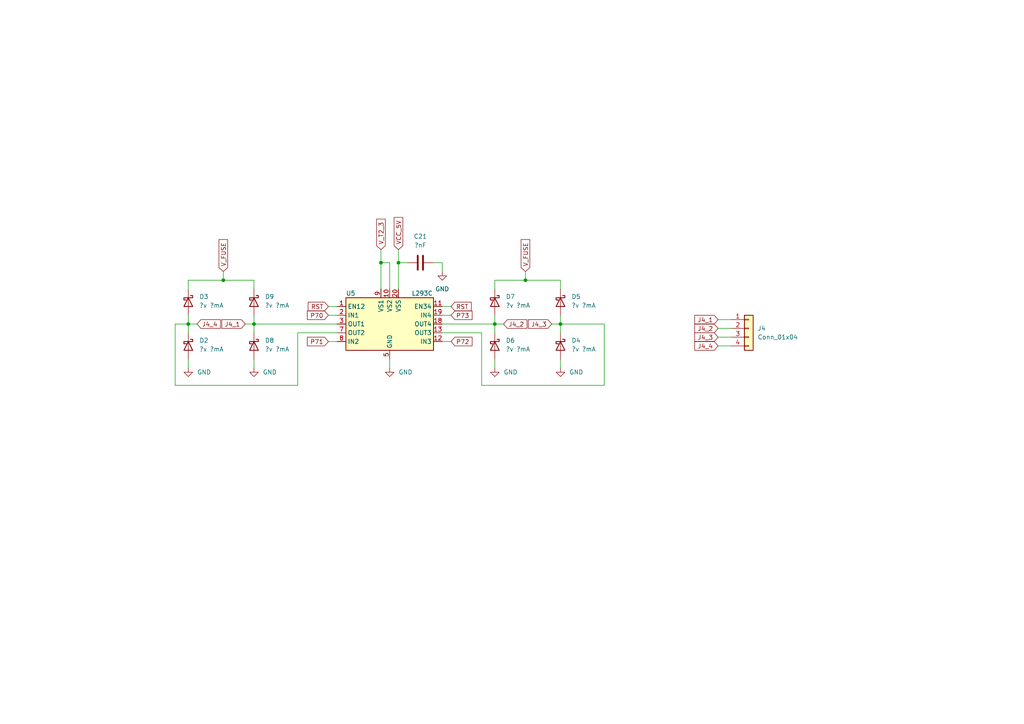
<source format=kicad_sch>
(kicad_sch (version 20211123) (generator eeschema)
  (paper "A4")
  (title_block (comment 4 "H Bridge for driving dual phase DC motor used in printer"))
  (lib_symbols
    (symbol "Connector_Generic:Conn_01x04" (pin_names (offset 1.016) hide)
      (property "Reference" "J" (at 0 5.08 0))
      (property "Value" "Conn_01x04" (at 0 -7.62 0))
      (symbol "Conn_01x04_1_1"
        (rectangle (start -1.27 -4.953) (end 0 -5.207) (stroke (width 0.1524)))
        (rectangle (start -1.27 -2.413) (end 0 -2.667) (stroke (width 0.1524)))
        (rectangle (start -1.27 0.127) (end 0 -0.127) (stroke (width 0.1524)))
        (rectangle (start -1.27 2.667) (end 0 2.413) (stroke (width 0.1524)))
        (rectangle (start -1.27 3.81) (end 1.27 -6.35) (stroke (width 0.254)) (fill (type background)))
        (pin passive line (at -5.08 2.54 0) (length 3.81) (name "Pin_1") (number "1"))
        (pin passive line (at -5.08 0 0) (length 3.81) (name "Pin_2") (number "2"))
        (pin passive line (at -5.08 -2.54 0) (length 3.81) (name "Pin_3") (number "3"))
        (pin passive line (at -5.08 -5.08 0) (length 3.81) (name "Pin_4") (number "4"))
      )
    )
    (symbol "Device:C" (pin_numbers hide) (pin_names (offset 0.254))
      (property "Reference" "C" (at 0.635 2.54 0))
      (property "Value" "C" (at 0.635 -2.54 0))
      (symbol "C_0_1"
        (polyline (pts (xy -2.032 -0.762) (xy 2.032 -0.762)) (stroke (width 0.508)))
        (polyline (pts (xy -2.032 0.762) (xy 2.032 0.762)) (stroke (width 0.508)))
      )
      (symbol "C_1_1"
        (pin passive line (at 0 3.81 270) (length 2.794) (name "~") (number "1"))
        (pin passive line (at 0 -3.81 90) (length 2.794) (name "~") (number "2"))
      )
    )
    (symbol "Device:D_Schottky" (pin_numbers hide) (pin_names (offset 1.016) hide)
      (property "Reference" "D" (at 0 2.54 0))
      (property "Value" "D_Schottky" (at 0 -2.54 0))
      (symbol "D_Schottky_0_1"
        (polyline (pts (xy 1.27 0) (xy -1.27 0)))
        (polyline (pts (xy 1.27 1.27) (xy 1.27 -1.27) (xy -1.27 0) (xy 1.27 1.27)) (stroke (width 0.254)))
        (polyline (pts (xy -1.905 0.635) (xy -1.905 1.27) (xy -1.27 1.27) (xy -1.27 -1.27) (xy -0.635 -1.27) (xy -0.635 -0.635)) (stroke (width 0.254)))
      )
      (symbol "D_Schottky_1_1"
        (pin passive line (at -3.81 0 0) (length 2.54) (name "K") (number "1"))
        (pin passive line (at 3.81 0 180) (length 2.54) (name "A") (number "2"))
      )
    )
    (symbol "et55:L293C"
      (property "Reference" "U" (at -11.43 8.89 0))
      (property "Value" "L293C" (at 8.89 8.89 0))
      (symbol "L293C_0_0"
        (pin unspecified line (at 0 10.16 270) (length 2.54) (name "VS2") (number "10"))
      )
      (symbol "L293C_0_1"
        (rectangle (start -12.7 7.62) (end 12.7 -7.62) (stroke (width 0.254)) (fill (type background)))
      )
      (symbol "L293C_1_1"
        (pin input line (at -15.24 5.08 0) (length 2.54) (name "EN12") (number "1"))
        (pin input line (at 15.24 5.08 180) (length 2.54) (name "EN34") (number "11"))
        (pin input line (at 15.24 -5.08 180) (length 2.54) (name "IN3") (number "12"))
        (pin output line (at 15.24 -2.54 180) (length 2.54) (name "OUT3") (number "13"))
        (pin passive line (at 0 -10.16 90) (length 2.54) hide (name "GND") (number "15"))
        (pin passive line (at 0 -10.16 90) (length 2.54) hide (name "GND") (number "16"))
        (pin output line (at 15.24 0 180) (length 2.54) (name "OUT4") (number "18"))
        (pin input line (at 15.24 2.54 180) (length 2.54) (name "IN4") (number "19"))
        (pin input line (at -15.24 2.54 0) (length 2.54) (name "IN1") (number "2"))
        (pin power_in line (at 2.54 10.16 270) (length 2.54) (name "VSS") (number "20"))
        (pin output line (at -15.24 0 0) (length 2.54) (name "OUT1") (number "3"))
        (pin power_in line (at 0 -10.16 90) (length 2.54) (name "GND") (number "5"))
        (pin passive line (at 0 -10.16 90) (length 2.54) hide (name "GND") (number "6"))
        (pin output line (at -15.24 -2.54 0) (length 2.54) (name "OUT2") (number "7"))
        (pin input line (at -15.24 -5.08 0) (length 2.54) (name "IN2") (number "8"))
        (pin power_in line (at -2.54 10.16 270) (length 2.54) (name "VS1") (number "9"))
      )
    )
    (symbol "power:GND" (power) (pin_names (offset 0))
      (property "Value" "GND" (at 0 -3.81 0))
      (symbol "GND_0_1"
        (polyline (pts (xy 0 0) (xy 0 -1.27) (xy 1.27 -1.27) (xy 0 -2.54) (xy -1.27 -1.27) (xy 0 -1.27)))
      )
      (symbol "GND_1_1"
        (pin power_in line (at 0 0 270) (length 0) hide (name "GND") (number "1"))
      )
    )
  )
  (junction (at 143.51 93.98))
  (junction (at 73.66 93.98))
  (junction (at 64.77 81.28))
  (junction (at 162.56 93.98))
  (junction (at 152.4 81.28))
  (junction (at 54.61 93.98))
  (junction (at 115.57 76.2))
  (junction (at 110.49 76.2))
  (wire (pts (xy 57.15 93.98) (xy 54.61 93.98)))
  (wire (pts (xy 73.66 93.98) (xy 97.79 93.98)))
  (wire (pts (xy 54.61 91.44) (xy 54.61 93.98)))
  (wire (pts (xy 95.25 88.9) (xy 97.79 88.9)))
  (wire (pts (xy 95.25 99.06) (xy 97.79 99.06)))
  (wire (pts (xy 162.56 104.14) (xy 162.56 106.68)))
  (wire (pts (xy 128.27 76.2) (xy 125.73 76.2)))
  (wire (pts (xy 64.77 78.74) (xy 64.77 81.28)))
  (wire (pts (xy 162.56 81.28) (xy 162.56 83.82)))
  (wire (pts (xy 115.57 76.2) (xy 118.11 76.2)))
  (wire (pts (xy 128.27 91.44) (xy 130.81 91.44)))
  (wire (pts (xy 128.27 88.9) (xy 130.81 88.9)))
  (wire (pts (xy 143.51 91.44) (xy 143.51 93.98)))
  (wire (pts (xy 208.28 95.25) (xy 212.09 95.25)))
  (wire (pts (xy 208.28 92.71) (xy 212.09 92.71)))
  (wire (pts (xy 208.28 100.33) (xy 212.09 100.33)))
  (wire (pts (xy 143.51 93.98) (xy 146.05 93.98)))
  (wire (pts (xy 73.66 104.14) (xy 73.66 106.68)))
  (wire (pts (xy 115.57 76.2) (xy 115.57 83.82)))
  (wire (pts (xy 143.51 104.14) (xy 143.51 106.68)))
  (wire (pts (xy 143.51 93.98) (xy 143.51 96.52)))
  (wire (pts (xy 73.66 93.98) (xy 71.12 93.98)))
  (wire (pts (xy 86.36 96.52) (xy 97.79 96.52)))
  (wire (pts (xy 54.61 104.14) (xy 54.61 106.68)))
  (wire (pts (xy 162.56 93.98) (xy 160.02 93.98)))
  (wire (pts (xy 208.28 97.79) (xy 212.09 97.79)))
  (wire (pts (xy 139.7 111.76) (xy 175.26 111.76)))
  (wire (pts (xy 95.25 91.44) (xy 97.79 91.44)))
  (wire (pts (xy 139.7 96.52) (xy 139.7 111.76)))
  (wire (pts (xy 162.56 91.44) (xy 162.56 93.98)))
  (wire (pts (xy 113.03 76.2) (xy 110.49 76.2)))
  (wire (pts (xy 110.49 72.39) (xy 110.49 76.2)))
  (wire (pts (xy 113.03 83.82) (xy 113.03 76.2)))
  (wire (pts (xy 128.27 93.98) (xy 143.51 93.98)))
  (wire (pts (xy 113.03 104.14) (xy 113.03 106.68)))
  (wire (pts (xy 162.56 81.28) (xy 152.4 81.28)))
  (wire (pts (xy 86.36 96.52) (xy 86.36 111.76)))
  (wire (pts (xy 128.27 99.06) (xy 130.81 99.06)))
  (wire (pts (xy 73.66 91.44) (xy 73.66 93.98)))
  (wire (pts (xy 50.8 111.76) (xy 50.8 93.98)))
  (wire (pts (xy 73.66 81.28) (xy 64.77 81.28)))
  (wire (pts (xy 50.8 93.98) (xy 54.61 93.98)))
  (wire (pts (xy 64.77 81.28) (xy 54.61 81.28)))
  (wire (pts (xy 73.66 93.98) (xy 73.66 96.52)))
  (wire (pts (xy 54.61 81.28) (xy 54.61 83.82)))
  (wire (pts (xy 162.56 93.98) (xy 175.26 93.98)))
  (wire (pts (xy 50.8 111.76) (xy 86.36 111.76)))
  (wire (pts (xy 152.4 78.74) (xy 152.4 81.28)))
  (wire (pts (xy 162.56 93.98) (xy 162.56 96.52)))
  (wire (pts (xy 54.61 93.98) (xy 54.61 96.52)))
  (wire (pts (xy 143.51 83.82) (xy 143.51 81.28)))
  (wire (pts (xy 115.57 72.39) (xy 115.57 76.2)))
  (wire (pts (xy 152.4 81.28) (xy 143.51 81.28)))
  (wire (pts (xy 110.49 76.2) (xy 110.49 83.82)))
  (wire (pts (xy 128.27 96.52) (xy 139.7 96.52)))
  (wire (pts (xy 73.66 83.82) (xy 73.66 81.28)))
  (wire (pts (xy 128.27 76.2) (xy 128.27 78.74)))
  (wire (pts (xy 175.26 111.76) (xy 175.26 93.98)))
  (global_label "RST" (shape input) (at 130.81 88.9 0) (property "Intersheet References" "${INTERSHEET_REFS}" (effects hide)))
  (global_label "J4_3" (shape input) (at 208.28 97.79 180) (property "Intersheet References" "${INTERSHEET_REFS}" (effects hide)))
  (global_label "V_FUSE" (shape input) (at 152.4 78.74 90) (property "Intersheet References" "${INTERSHEET_REFS}" (effects hide)))
  (global_label "RST" (shape input) (at 95.25 88.9 180) (property "Intersheet References" "${INTERSHEET_REFS}" (effects hide)))
  (global_label "J4_1" (shape input) (at 208.28 92.71 180) (property "Intersheet References" "${INTERSHEET_REFS}" (effects hide)))
  (global_label "J4_3" (shape input) (at 160.02 93.98 180) (property "Intersheet References" "${INTERSHEET_REFS}" (effects hide)))
  (global_label "J4_4" (shape input) (at 208.28 100.33 180) (property "Intersheet References" "${INTERSHEET_REFS}" (effects hide)))
  (global_label "V_T2_3" (shape input) (at 110.49 72.39 90) (property "Intersheet References" "${INTERSHEET_REFS}" (effects hide)))
  (global_label "J4_2" (shape input) (at 146.05 93.98 0) (property "Intersheet References" "${INTERSHEET_REFS}" (effects hide)))
  (global_label "P70" (shape input) (at 95.25 91.44 180) (property "Intersheet References" "${INTERSHEET_REFS}" (effects hide)))
  (global_label "VCC_5V" (shape input) (at 115.57 72.39 90) (property "Intersheet References" "${INTERSHEET_REFS}" (effects hide)))
  (global_label "P72" (shape input) (at 130.81 99.06 0) (property "Intersheet References" "${INTERSHEET_REFS}" (effects hide)))
  (global_label "P73" (shape input) (at 130.81 91.44 0) (property "Intersheet References" "${INTERSHEET_REFS}" (effects hide)))
  (global_label "J4_4" (shape input) (at 57.15 93.98 0) (property "Intersheet References" "${INTERSHEET_REFS}" (effects hide)))
  (global_label "J4_2" (shape input) (at 208.28 95.25 180) (property "Intersheet References" "${INTERSHEET_REFS}" (effects hide)))
  (global_label "J4_1" (shape input) (at 71.12 93.98 180) (property "Intersheet References" "${INTERSHEET_REFS}" (effects hide)))
  (global_label "P71" (shape input) (at 95.25 99.06 180) (property "Intersheet References" "${INTERSHEET_REFS}" (effects hide)))
  (global_label "V_FUSE" (shape input) (at 64.77 78.74 90) (property "Intersheet References" "${INTERSHEET_REFS}" (effects hide)))
  (symbol (lib_id "power:GND") (at 128.27 78.74 0) (mirror y) (unit 1)
    (property "Reference" "#PWR?" (effects hide))
    (property "Value" "GND" (at 128.27 83.82 0))
  )
  (symbol (lib_id "Device:C") (at 121.92 76.2 270) (mirror x) (unit 1)
    (property "Reference" "C21" (at 121.92 68.58 90))
    (property "Value" "?nF" (at 121.92 71.12 90))
    (property "comment" "debouncing cap" (effects hide))
  )
  (symbol (lib_id "Device:D_Schottky") (at 162.56 87.63 270) (unit 1)
    (property "Reference" "D5" (at 165.735 86.0424 90) (effects (justify left)))
    (property "Value" "?v ?mA" (at 165.735 88.5824 90) (effects (justify left)))
  )
  (symbol (lib_id "Device:D_Schottky") (at 162.56 100.33 270) (unit 1)
    (property "Reference" "D4" (at 165.735 98.7424 90) (effects (justify left)))
    (property "Value" "?v ?mA" (at 165.735 101.2824 90) (effects (justify left)))
  )
  (symbol (lib_id "Connector_Generic:Conn_01x04") (at 217.17 95.25 0) (unit 1)
    (property "Reference" "J4" (at 219.71 95.2499 0) (effects (justify left)))
    (property "Value" "Conn_01x04" (at 219.71 97.7899 0) (effects (justify left)))
    (property "Footprint" "Connector_Molex:Molex_SPOX_5267-04A_1x04_P2.50mm_Vertical" (effects hide))
  )
  (symbol (lib_id "power:GND") (at 54.61 106.68 0) (unit 1)
    (property "Reference" "#PWR?" (effects hide))
    (property "Value" "GND" (at 57.15 107.9499 0) (effects (justify left)))
  )
  (symbol (lib_id "power:GND") (at 113.03 106.68 0) (unit 1)
    (property "Reference" "#PWR?" (effects hide))
    (property "Value" "GND" (at 115.57 107.9499 0) (effects (justify left)))
  )
  (symbol (lib_id "Device:D_Schottky") (at 73.66 87.63 270) (unit 1)
    (property "Reference" "D9" (at 76.835 86.0424 90) (effects (justify left)))
    (property "Value" "?v ?mA" (at 76.835 88.5824 90) (effects (justify left)))
  )
  (symbol (lib_id "Device:D_Schottky") (at 73.66 100.33 270) (unit 1)
    (property "Reference" "D8" (at 76.835 98.7424 90) (effects (justify left)))
    (property "Value" "?v ?mA" (at 76.835 101.2824 90) (effects (justify left)))
  )
  (symbol (lib_id "Device:D_Schottky") (at 143.51 100.33 270) (unit 1)
    (property "Reference" "D6" (at 146.685 98.7424 90) (effects (justify left)))
    (property "Value" "?v ?mA" (at 146.685 101.2824 90) (effects (justify left)))
  )
  (symbol (lib_id "Device:D_Schottky") (at 54.61 100.33 270) (unit 1)
    (property "Reference" "D2" (at 57.785 98.7424 90) (effects (justify left)))
    (property "Value" "?v ?mA" (at 57.785 101.2824 90) (effects (justify left)))
  )
  (symbol (lib_id "Device:D_Schottky") (at 54.61 87.63 270) (unit 1)
    (property "Reference" "D3" (at 57.785 86.0424 90) (effects (justify left)))
    (property "Value" "?v ?mA" (at 57.785 88.5824 90) (effects (justify left)))
  )
  (symbol (lib_id "Device:D_Schottky") (at 143.51 87.63 270) (unit 1)
    (property "Reference" "D7" (at 146.685 86.0424 90) (effects (justify left)))
    (property "Value" "?v ?mA" (at 146.685 88.5824 90) (effects (justify left)))
  )
  (symbol (lib_id "power:GND") (at 73.66 106.68 0) (unit 1)
    (property "Reference" "#PWR?" (effects hide))
    (property "Value" "GND" (at 76.2 107.9499 0) (effects (justify left)))
  )
  (symbol (lib_id "power:GND") (at 162.56 106.68 0) (unit 1)
    (property "Reference" "#PWR?" (effects hide))
    (property "Value" "GND" (at 165.1 107.9499 0) (effects (justify left)))
  )
  (symbol (lib_id "power:GND") (at 143.51 106.68 0) (unit 1)
    (property "Reference" "#PWR?" (effects hide))
    (property "Value" "GND" (at 146.05 107.9499 0) (effects (justify left)))
  )
  (symbol (lib_id "et55:L293C") (at 113.03 93.98 0) (unit 1)
    (property "Reference" "U5" (at 100.33 85.09 0) (effects (justify left)))
    (property "Value" "L293C" (at 119.38 85.09 0) (effects (justify left)))
    (property "Footprint" "Package_DIP:DIP-20_W7.62mm" (effects hide))
  )
)
</source>
